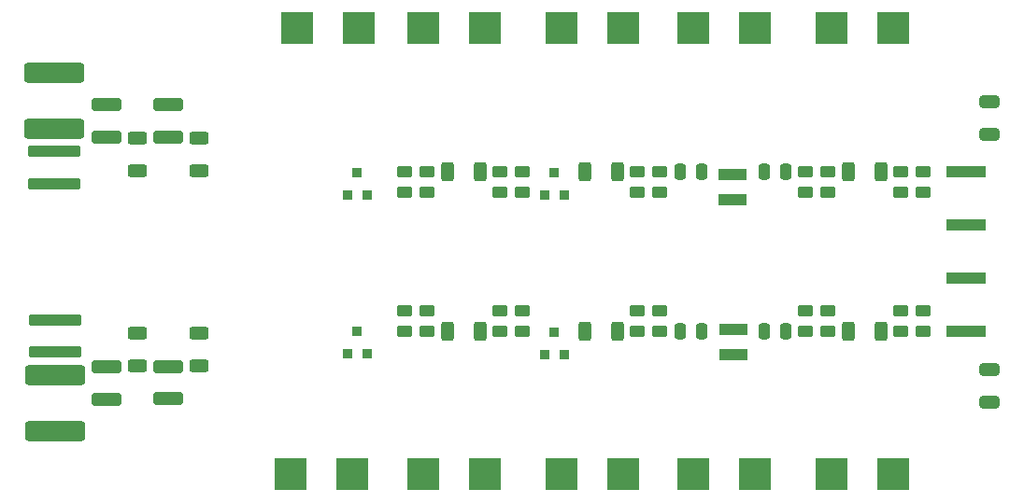
<source format=gbr>
%TF.GenerationSoftware,KiCad,Pcbnew,8.0.6*%
%TF.CreationDate,2024-11-13T10:13:59+01:00*%
%TF.ProjectId,5uH_LISN,3575485f-4c49-4534-9e2e-6b696361645f,V1 R0*%
%TF.SameCoordinates,Original*%
%TF.FileFunction,Paste,Bot*%
%TF.FilePolarity,Positive*%
%FSLAX46Y46*%
G04 Gerber Fmt 4.6, Leading zero omitted, Abs format (unit mm)*
G04 Created by KiCad (PCBNEW 8.0.6) date 2024-11-13 10:13:59*
%MOMM*%
%LPD*%
G01*
G04 APERTURE LIST*
G04 Aperture macros list*
%AMRoundRect*
0 Rectangle with rounded corners*
0 $1 Rounding radius*
0 $2 $3 $4 $5 $6 $7 $8 $9 X,Y pos of 4 corners*
0 Add a 4 corners polygon primitive as box body*
4,1,4,$2,$3,$4,$5,$6,$7,$8,$9,$2,$3,0*
0 Add four circle primitives for the rounded corners*
1,1,$1+$1,$2,$3*
1,1,$1+$1,$4,$5*
1,1,$1+$1,$6,$7*
1,1,$1+$1,$8,$9*
0 Add four rect primitives between the rounded corners*
20,1,$1+$1,$2,$3,$4,$5,0*
20,1,$1+$1,$4,$5,$6,$7,0*
20,1,$1+$1,$6,$7,$8,$9,0*
20,1,$1+$1,$8,$9,$2,$3,0*%
G04 Aperture macros list end*
%ADD10RoundRect,0.250000X-2.450000X0.650000X-2.450000X-0.650000X2.450000X-0.650000X2.450000X0.650000X0*%
%ADD11RoundRect,0.250000X2.450000X-0.650000X2.450000X0.650000X-2.450000X0.650000X-2.450000X-0.650000X0*%
%ADD12RoundRect,0.249999X-1.100001X0.325001X-1.100001X-0.325001X1.100001X-0.325001X1.100001X0.325001X0*%
%ADD13RoundRect,0.249999X1.100001X-0.325001X1.100001X0.325001X-1.100001X0.325001X-1.100001X-0.325001X0*%
%ADD14R,0.914400X0.914400*%
%ADD15R,2.540000X1.016000*%
%ADD16RoundRect,0.249998X0.450002X-0.262502X0.450002X0.262502X-0.450002X0.262502X-0.450002X-0.262502X0*%
%ADD17RoundRect,0.249998X-0.450002X0.262502X-0.450002X-0.262502X0.450002X-0.262502X0.450002X0.262502X0*%
%ADD18RoundRect,0.249999X-2.125001X0.275001X-2.125001X-0.275001X2.125001X-0.275001X2.125001X0.275001X0*%
%ADD19RoundRect,0.249999X2.125001X-0.275001X2.125001X0.275001X-2.125001X0.275001X-2.125001X-0.275001X0*%
%ADD20RoundRect,0.249997X-0.312503X-0.625003X0.312503X-0.625003X0.312503X0.625003X-0.312503X0.625003X0*%
%ADD21RoundRect,0.249997X-0.625003X0.312503X-0.625003X-0.312503X0.625003X-0.312503X0.625003X0.312503X0*%
%ADD22RoundRect,0.249997X0.625003X-0.312503X0.625003X0.312503X-0.625003X0.312503X-0.625003X-0.312503X0*%
%ADD23RoundRect,0.250000X-0.250000X-0.475000X0.250000X-0.475000X0.250000X0.475000X-0.250000X0.475000X0*%
%ADD24RoundRect,0.249999X-0.650001X0.325001X-0.650001X-0.325001X0.650001X-0.325001X0.650001X0.325001X0*%
%ADD25RoundRect,0.249999X0.650001X-0.325001X0.650001X0.325001X-0.650001X0.325001X-0.650001X-0.325001X0*%
%ADD26R,3.600000X1.050000*%
%ADD27R,3.000000X3.000000*%
G04 APERTURE END LIST*
D10*
%TO.C,C1*%
X7266000Y46484000D03*
X7266000Y41384000D03*
%TD*%
D11*
%TO.C,C2*%
X7324000Y13927000D03*
X7324000Y19027000D03*
%TD*%
D12*
%TO.C,C5*%
X17628000Y43575000D03*
X17628000Y40625000D03*
%TD*%
D13*
%TO.C,C6*%
X12028000Y16814000D03*
X12028000Y19764000D03*
%TD*%
D12*
%TO.C,C7*%
X12028000Y43575000D03*
X12028000Y40625000D03*
%TD*%
D13*
%TO.C,C8*%
X17628000Y16864000D03*
X17628000Y19814000D03*
%TD*%
D14*
%TO.C,D1*%
X35589000Y35384000D03*
X33811000Y35384000D03*
X34700000Y37416000D03*
%TD*%
%TO.C,D2*%
X53489000Y35334000D03*
X51711000Y35334000D03*
X52600000Y37366000D03*
%TD*%
%TO.C,D3*%
X35589000Y20934000D03*
X33811000Y20934000D03*
X34700000Y22966000D03*
%TD*%
%TO.C,D4*%
X53489000Y20834000D03*
X51711000Y20834000D03*
X52600000Y22866000D03*
%TD*%
D15*
%TO.C,L6*%
X68700000Y37243000D03*
X68700000Y34957000D03*
%TD*%
D16*
%TO.C,R1*%
X39044000Y35631500D03*
X39044000Y37456500D03*
%TD*%
D17*
%TO.C,R2*%
X39044000Y24825000D03*
X39044000Y23000000D03*
%TD*%
D18*
%TO.C,R3*%
X7266000Y39303000D03*
X7266000Y36353000D03*
%TD*%
D19*
%TO.C,R4*%
X7324000Y21098000D03*
X7324000Y24048000D03*
%TD*%
D16*
%TO.C,R5*%
X41076000Y35631500D03*
X41076000Y37456500D03*
%TD*%
D17*
%TO.C,R6*%
X41076000Y24825000D03*
X41076000Y23000000D03*
%TD*%
D20*
%TO.C,R7*%
X42915500Y37453000D03*
X45840500Y37453000D03*
%TD*%
%TO.C,R8*%
X42915500Y23014000D03*
X45840500Y23014000D03*
%TD*%
D21*
%TO.C,R9*%
X20428000Y40512500D03*
X20428000Y37587500D03*
%TD*%
D22*
%TO.C,R10*%
X14828000Y19876500D03*
X14828000Y22801500D03*
%TD*%
D16*
%TO.C,R11*%
X47680000Y35631500D03*
X47680000Y37456500D03*
%TD*%
D17*
%TO.C,R12*%
X47680000Y24825000D03*
X47680000Y23000000D03*
%TD*%
D21*
%TO.C,R13*%
X14828000Y40512500D03*
X14828000Y37587500D03*
%TD*%
D22*
%TO.C,R14*%
X20428000Y19876500D03*
X20428000Y22801500D03*
%TD*%
D16*
%TO.C,R15*%
X49712000Y35631500D03*
X49712000Y37456500D03*
%TD*%
D17*
%TO.C,R16*%
X49712000Y24825000D03*
X49712000Y23000000D03*
%TD*%
D23*
%TO.C,C11*%
X64010000Y37453000D03*
X65910000Y37453000D03*
%TD*%
%TO.C,C12*%
X64010000Y23014000D03*
X65910000Y23014000D03*
%TD*%
%TO.C,C13*%
X71630000Y37453000D03*
X73530000Y37453000D03*
%TD*%
%TO.C,C14*%
X71630000Y23014000D03*
X73530000Y23014000D03*
%TD*%
D24*
%TO.C,C15*%
X92000000Y43791000D03*
X92000000Y40841000D03*
%TD*%
D25*
%TO.C,C16*%
X92042000Y16559000D03*
X92042000Y19509000D03*
%TD*%
D20*
%TO.C,R17*%
X55369500Y37453000D03*
X58294500Y37453000D03*
%TD*%
%TO.C,R18*%
X55369500Y23014000D03*
X58294500Y23014000D03*
%TD*%
D16*
%TO.C,R19*%
X60134000Y35631500D03*
X60134000Y37456500D03*
%TD*%
D17*
%TO.C,R20*%
X60134000Y24825000D03*
X60134000Y23000000D03*
%TD*%
D16*
%TO.C,R21*%
X62166000Y35631500D03*
X62166000Y37456500D03*
%TD*%
D17*
%TO.C,R22*%
X62166000Y24825000D03*
X62166000Y23000000D03*
%TD*%
D16*
%TO.C,R23*%
X75374000Y35631500D03*
X75374000Y37456500D03*
%TD*%
D17*
%TO.C,R24*%
X75374000Y24825000D03*
X75374000Y23000000D03*
%TD*%
D16*
%TO.C,R25*%
X77406000Y35631500D03*
X77406000Y37456500D03*
%TD*%
D17*
%TO.C,R26*%
X77406000Y24825000D03*
X77406000Y23000000D03*
%TD*%
D20*
%TO.C,R27*%
X79245500Y37453000D03*
X82170500Y37453000D03*
%TD*%
%TO.C,R28*%
X79245500Y23014000D03*
X82170500Y23014000D03*
%TD*%
D16*
%TO.C,R29*%
X86042000Y35637500D03*
X86042000Y37462500D03*
%TD*%
D17*
%TO.C,R30*%
X86042000Y24825000D03*
X86042000Y23000000D03*
%TD*%
D16*
%TO.C,R31*%
X84010000Y35637500D03*
X84010000Y37462500D03*
%TD*%
D17*
%TO.C,R32*%
X84010000Y24825000D03*
X84010000Y23000000D03*
%TD*%
D26*
%TO.C,GD1*%
X89924000Y32602000D03*
X89924000Y37452000D03*
%TD*%
%TO.C,GD2*%
X89924000Y27850000D03*
X89924000Y23000000D03*
%TD*%
D27*
%TO.C,L8*%
X40700000Y10000000D03*
X46300000Y10000000D03*
%TD*%
%TO.C,L7*%
X28700000Y10000000D03*
X34300000Y10000000D03*
%TD*%
%TO.C,L11*%
X77700000Y10000000D03*
X83300000Y10000000D03*
%TD*%
%TO.C,L10*%
X65200000Y10000000D03*
X70800000Y10000000D03*
%TD*%
%TO.C,L4*%
X65200000Y50500000D03*
X70800000Y50500000D03*
%TD*%
D15*
%TO.C,L12*%
X68800000Y23143000D03*
X68800000Y20857000D03*
%TD*%
D27*
%TO.C,L2*%
X40700000Y50500000D03*
X46300000Y50500000D03*
%TD*%
%TO.C,L1*%
X29300000Y50500000D03*
X34900000Y50500000D03*
%TD*%
%TO.C,L3*%
X53200000Y50500000D03*
X58800000Y50500000D03*
%TD*%
%TO.C,L9*%
X53200000Y10000000D03*
X58800000Y10000000D03*
%TD*%
%TO.C,L5*%
X77700000Y50500000D03*
X83300000Y50500000D03*
%TD*%
M02*

</source>
